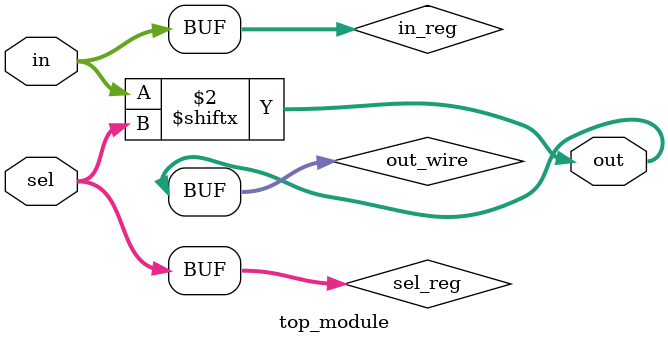
<source format=sv>
module top_module (
    input [1023:0] in,
    input [7:0] sel,
    output [3:0] out
);
    reg [1023:0] in_reg;
    reg [7:0] sel_reg;
    wire [3:0] out_wire;
    
    always @ (in or sel) begin
        in_reg = in;
        sel_reg = sel;
        out_wire = in_reg[sel_reg+3:sel_reg];
    end
    
    assign out = out_wire;
    
endmodule

</source>
